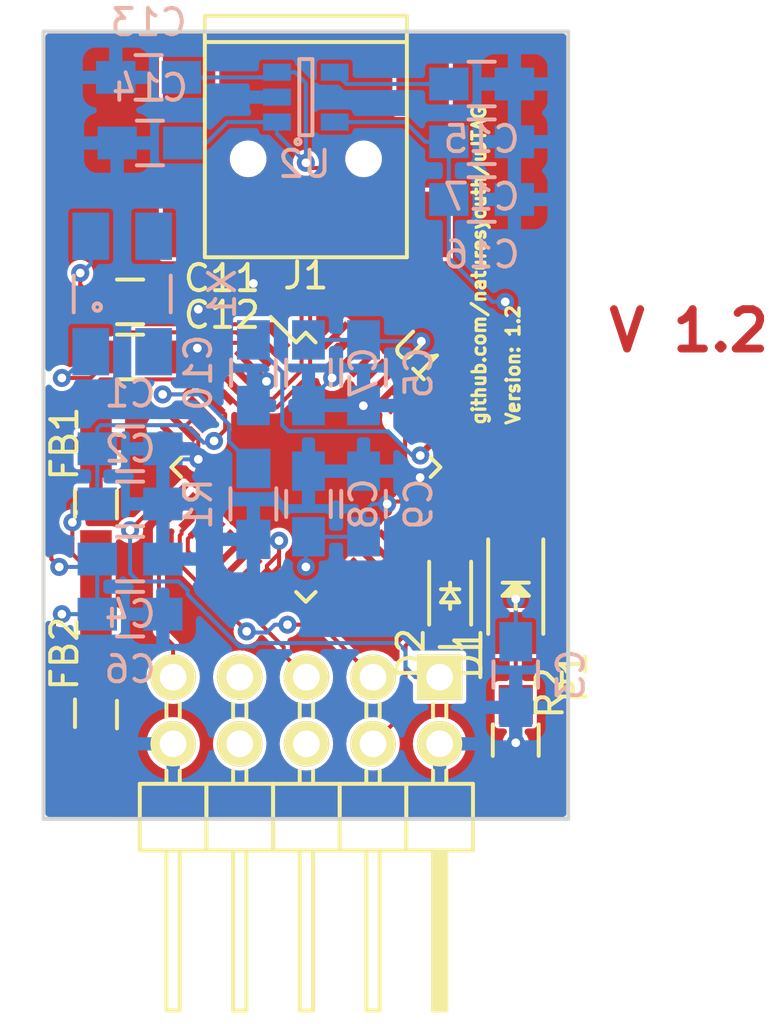
<source format=kicad_pcb>
(kicad_pcb (version 20221018) (generator pcbnew)
  (layers (0 "F.Cu" signal) (31 "B.Cu" signal) (34 "B.Paste" user) (35 "F.Paste" user) (36 "B.SilkS" user "B.Silkscreen") (37 "F.SilkS" user "F.Silkscreen") (38 "B.Mask" user) (39 "F.Mask" user) (44 "Edge.Cuts" user))
  (net 0 "")
  (net 1 "GND")
  (net 2 "Net-(C1-Pad2)")
  (net 3 "3V3")
  (net 4 "Net-(C4-Pad1)")
  (net 5 "Net-(C10-Pad1)")
  (net 6 "Net-(C11-Pad1)")
  (net 7 "Net-(C12-Pad1)")
  (net 8 "+5V")
  (net 9 "Net-(C15-Pad1)")
  (net 10 "Net-(D1-Pad2)")
  (net 11 "Net-(D2-Pad2)")
  (net 12 "/D+")
  (net 13 "/D-")
  (net 14 "/TMS")
  (net 15 "/TDI")
  (net 16 "/TDO")
  (net 17 "/TCK")
  (net 18 "Net-(R1-Pad1)")
  (footprint "Capacitors_SMD:C_0805_HandSoldering" (layer "F.Cu") (at 153.3 110.3)
    (fp_text reference "C11" (at 3.5 -0.9) (layer "F.SilkS"))
    (fp_text value "22p")
    (pad "1" smd rect (at -1.25 0) (size 1.5 1.25) (layers "F.Cu" "F.Paste" "F.Mask") (net 6 "Net-(C11-Pad1)"))
    (pad "2" smd rect (at 1.25 0) (size 1.5 1.25) (layers "F.Cu" "F.Paste" "F.Mask") (net 1 "GND"))
  )
  (footprint "Capacitors_SMD:C_0805_HandSoldering" (layer "F.Cu") (at 153.3 112.4)
    (fp_text reference "C12" (at 3.5 -1.6) (layer "F.SilkS"))
    (fp_text value "22p")
    (pad "1" smd rect (at -1.25 0) (size 1.5 1.25) (layers "F.Cu" "F.Paste" "F.Mask") (net 7 "Net-(C12-Pad1)"))
    (pad "2" smd rect (at 1.25 0) (size 1.5 1.25) (layers "F.Cu" "F.Paste" "F.Mask") (net 1 "GND"))
  )
  (footprint "LEDs:LED_1206" (layer "F.Cu") (at 168 121.5 -90)
    (fp_text reference "D1" (at 2.2 1.8 270) (layer "F.SilkS"))
    (fp_text value "LED")
    (pad "1" smd rect (at -1.41986 0 90) (size 1.59766 1.80086) (layers "F.Cu" "F.Paste" "F.Mask") (net 3 "3V3"))
    (pad "2" smd rect (at 1.41986 0 90) (size 1.59766 1.80086) (layers "F.Cu" "F.Paste" "F.Mask") (net 10 "Net-(D1-Pad2)"))
  )
  (footprint "Diodes_SMD:SOD-323" (layer "F.Cu") (at 165.5 121.5 -90)
    (fp_text reference "D2" (at 2.2 1.5 270) (layer "F.SilkS"))
    (fp_text value "BAT60J")
    (pad "1" smd rect (at -1.055 0 270) (size 0.59 0.45) (layers "F.Cu" "F.Paste" "F.Mask") (net 3 "3V3"))
    (pad "2" smd rect (at 1.055 0 270) (size 0.59 0.45) (layers "F.Cu" "F.Paste" "F.Mask") (net 11 "Net-(D2-Pad2)"))
  )
  (footprint "Choke_SMD:Choke_SMD_1206_Handsoldering" (layer "F.Cu") (at 152 118 -90)
    (fp_text reference "FB1" (at -2.3 1.2 270) (layer "F.SilkS"))
    (fp_text value "FILTER")
    (pad "1" smd rect (at -2.30124 0 270) (size 2.59842 1.19888) (layers "F.Cu" "F.Paste" "F.Mask") (net 3 "3V3"))
    (pad "2" smd rect (at 2.30124 0 270) (size 2.60096 1.19888) (layers "F.Cu" "F.Paste" "F.Mask") (net 2 "Net-(C1-Pad2)"))
  )
  (footprint "Choke_SMD:Choke_SMD_1206_Handsoldering" (layer "F.Cu") (at 152 126 -90)
    (fp_text reference "FB2" (at -2.3 1.2 270) (layer "F.SilkS"))
    (fp_text value "FILTER")
    (pad "1" smd rect (at -2.30124 0 270) (size 2.59842 1.19888) (layers "F.Cu" "F.Paste" "F.Mask") (net 3 "3V3"))
    (pad "2" smd rect (at 2.30124 0 270) (size 2.60096 1.19888) (layers "F.Cu" "F.Paste" "F.Mask") (net 4 "Net-(C4-Pad1)"))
  )
  (footprint "Connect:USB_Mini-B" (layer "F.Cu") (at 160 104 -90)
    (fp_text reference "J1" (at 5.3 0) (layer "F.SilkS"))
    (fp_text value "USB_3")
    (pad "" np_thru_hole circle (at 0.8509 -2.19964 270) (size 0.89916 0.89916) (drill 0.89916) (layers "*.Cu" "*.Mask" "F.SilkS"))
    (pad "" np_thru_hole circle (at 0.8509 2.19964 270) (size 0.89916 0.89916) (drill 0.89916) (layers "*.Cu" "*.Mask" "F.SilkS"))
    (pad "1" smd rect (at 3.44932 -1.6002 270) (size 2.30124 0.50038) (layers "F.Cu" "F.Paste" "F.Mask") (net 8 "+5V"))
    (pad "2" smd rect (at 3.44932 -0.8001 270) (size 2.30124 0.50038) (layers "F.Cu" "F.Paste" "F.Mask") (net 12 "/D+"))
    (pad "3" smd rect (at 3.44932 0 270) (size 2.30124 0.50038) (layers "F.Cu" "F.Paste" "F.Mask") (net 13 "/D-"))
    (pad "4" smd rect (at 3.44932 0.8001 270) (size 2.30124 0.50038) (layers "F.Cu" "F.Paste" "F.Mask"))
    (pad "5" smd rect (at 3.44932 1.6002 270) (size 2.30124 0.50038) (layers "F.Cu" "F.Paste" "F.Mask") (net 1 "GND"))
    (pad "6" smd rect (at -2.14884 -4.45008 270) (size 2.49936 1.99898) (layers "F.Cu" "F.Paste" "F.Mask"))
    (pad "6" smd rect (at -2.14884 4.45008 270) (size 2.49936 1.99898) (layers "F.Cu" "F.Paste" "F.Mask"))
    (pad "6" smd rect (at 3.35026 -4.45008 270) (size 2.49936 1.99898) (layers "F.Cu" "F.Paste" "F.Mask"))
    (pad "6" smd rect (at 3.35026 4.45008 270) (size 2.49936 1.99898) (layers "F.Cu" "F.Paste" "F.Mask"))
  )
  (footprint "Resistors_SMD:R_0805_HandSoldering" (layer "F.Cu") (at 168 127 -90)
    (fp_text reference "R2" (at -1.8 -1.3 270) (layer "F.SilkS"))
    (fp_text value "270")
    (pad "1" smd rect (at -1.35 0 270) (size 1.5 1.3) (layers "F.Cu" "F.Paste" "F.Mask") (net 10 "Net-(D1-Pad2)"))
    (pad "2" smd rect (at 1.35 0 270) (size 1.5 1.3) (layers "F.Cu" "F.Paste" "F.Mask") (net 1 "GND"))
  )
  (footprint "Housings_QFP:LQFP-48_7x7mm_Pitch0.5mm" (layer "F.Cu") (at 160 116.6 -45)
    (fp_text reference "U1" (at 0 -6 315) (layer "F.SilkS"))
    (fp_text value "FT232H")
    (pad "1" smd rect (at -4.35 -2.75 315) (size 1.3 0.25) (layers "F.Cu" "F.Paste" "F.Mask") (net 6 "Net-(C11-Pad1)"))
    (pad "2" smd rect (at -4.35 -2.25 315) (size 1.3 0.25) (layers "F.Cu" "F.Paste" "F.Mask") (net 7 "Net-(C12-Pad1)"))
    (pad "3" smd rect (at -4.35 -1.75 315) (size 1.3 0.25) (layers "F.Cu" "F.Paste" "F.Mask") (net 4 "Net-(C4-Pad1)"))
    (pad "4" smd rect (at -4.35 -1.25 315) (size 1.3 0.25) (layers "F.Cu" "F.Paste" "F.Mask") (net 1 "GND"))
    (pad "5" smd rect (at -4.35 -0.75 315) (size 1.3 0.25) (layers "F.Cu" "F.Paste" "F.Mask") (net 18 "Net-(R1-Pad1)"))
    (pad "6" smd rect (at -4.35 -0.25 315) (size 1.3 0.25) (layers "F.Cu" "F.Paste" "F.Mask") (net 13 "/D-"))
    (pad "7" smd rect (at -4.35 0.25 315) (size 1.3 0.25) (layers "F.Cu" "F.Paste" "F.Mask") (net 12 "/D+"))
    (pad "8" smd rect (at -4.35 0.75 315) (size 1.3 0.25) (layers "F.Cu" "F.Paste" "F.Mask") (net 2 "Net-(C1-Pad2)"))
    (pad "9" smd rect (at -4.35 1.25 315) (size 1.3 0.25) (layers "F.Cu" "F.Paste" "F.Mask") (net 1 "GND"))
    (pad "10" smd rect (at -4.35 1.75 315) (size 1.3 0.25) (layers "F.Cu" "F.Paste" "F.Mask") (net 1 "GND"))
    (pad "11" smd rect (at -4.35 2.25 315) (size 1.3 0.25) (layers "F.Cu" "F.Paste" "F.Mask") (net 1 "GND"))
    (pad "12" smd rect (at -4.35 2.75 315) (size 1.3 0.25) (layers "F.Cu" "F.Paste" "F.Mask") (net 3 "3V3"))
    (pad "13" smd rect (at -2.75 4.35 45) (size 1.3 0.25) (layers "F.Cu" "F.Paste" "F.Mask") (net 17 "/TCK"))
    (pad "14" smd rect (at -2.25 4.35 45) (size 1.3 0.25) (layers "F.Cu" "F.Paste" "F.Mask") (net 15 "/TDI"))
    (pad "15" smd rect (at -1.75 4.35 45) (size 1.3 0.25) (layers "F.Cu" "F.Paste" "F.Mask") (net 16 "/TDO"))
    (pad "16" smd rect (at -1.25 4.35 45) (size 1.3 0.25) (layers "F.Cu" "F.Paste" "F.Mask") (net 14 "/TMS"))
    (pad "17" smd rect (at -0.75 4.35 45) (size 1.3 0.25) (layers "F.Cu" "F.Paste" "F.Mask"))
    (pad "18" smd rect (at -0.25 4.35 45) (size 1.3 0.25) (layers "F.Cu" "F.Paste" "F.Mask"))
    (pad "19" smd rect (at 0.25 4.35 45) (size 1.3 0.25) (layers "F.Cu" "F.Paste" "F.Mask"))
    (pad "20" smd rect (at 0.75 4.35 45) (size 1.3 0.25) (layers "F.Cu" "F.Paste" "F.Mask"))
    (pad "21" smd rect (at 1.25 4.35 45) (size 1.3 0.25) (layers "F.Cu" "F.Paste" "F.Mask"))
    (pad "22" smd rect (at 1.75 4.35 45) (size 1.3 0.25) (layers "F.Cu" "F.Paste" "F.Mask") (net 1 "GND"))
    (pad "23" smd rect (at 2.25 4.35 45) (size 1.3 0.25) (layers "F.Cu" "F.Paste" "F.Mask") (net 1 "GND"))
    (pad "24" smd rect (at 2.75 4.35 45) (size 1.3 0.25) (layers "F.Cu" "F.Paste" "F.Mask") (net 3 "3V3"))
    (pad "25" smd rect (at 4.35 2.75 315) (size 1.3 0.25) (layers "F.Cu" "F.Paste" "F.Mask"))
    (pad "26" smd rect (at 4.35 2.25 315) (size 1.3 0.25) (layers "F.Cu" "F.Paste" "F.Mask") (net 3 "3V3"))
    (pad "27" smd rect (at 4.35 1.75 315) (size 1.3 0.25) (layers "F.Cu" "F.Paste" "F.Mask"))
    (pad "28" smd rect (at 4.35 1.25 315) (size 1.3 0.25) (layers "F.Cu" "F.Paste" "F.Mask"))
    (pad "29" smd rect (at 4.35 0.75 315) (size 1.3 0.25) (layers "F.Cu" "F.Paste" "F.Mask"))
    (pad "30" smd rect (at 4.35 0.25 315) (size 1.3 0.25) (layers "F.Cu" "F.Paste" "F.Mask"))
    (pad "31" smd rect (at 4.35 -0.25 315) (size 1.3 0.25) (layers "F.Cu" "F.Paste" "F.Mask"))
    (pad "32" smd rect (at 4.35 -0.75 315) (size 1.3 0.25) (layers "F.Cu" "F.Paste" "F.Mask"))
    (pad "33" smd rect (at 4.35 -1.25 315) (size 1.3 0.25) (layers "F.Cu" "F.Paste" "F.Mask"))
    (pad "34" smd rect (at 4.35 -1.75 315) (size 1.3 0.25) (layers "F.Cu" "F.Paste" "F.Mask") (net 3 "3V3"))
    (pad "35" smd rect (at 4.35 -2.25 315) (size 1.3 0.25) (layers "F.Cu" "F.Paste" "F.Mask") (net 1 "GND"))
    (pad "36" smd rect (at 4.35 -2.75 315) (size 1.3 0.25) (layers "F.Cu" "F.Paste" "F.Mask") (net 1 "GND"))
    (pad "37" smd rect (at 2.75 -4.35 45) (size 1.3 0.25) (layers "F.Cu" "F.Paste" "F.Mask") (net 5 "Net-(C10-Pad1)"))
    (pad "38" smd rect (at 2.25 -4.35 45) (size 1.3 0.25) (layers "F.Cu" "F.Paste" "F.Mask") (net 3 "3V3"))
    (pad "39" smd rect (at 1.75 -4.35 45) (size 1.3 0.25) (layers "F.Cu" "F.Paste" "F.Mask") (net 3 "3V3"))
    (pad "40" smd rect (at 1.25 -4.35 45) (size 1.3 0.25) (layers "F.Cu" "F.Paste" "F.Mask") (net 3 "3V3"))
    (pad "41" smd rect (at 0.75 -4.35 45) (size 1.3 0.25) (layers "F.Cu" "F.Paste" "F.Mask") (net 1 "GND"))
    (pad "42" smd rect (at 0.25 -4.35 45) (size 1.3 0.25) (layers "F.Cu" "F.Paste" "F.Mask") (net 1 "GND"))
    (pad "43" smd rect (at -0.25 -4.35 45) (size 1.3 0.25) (layers "F.Cu" "F.Paste" "F.Mask"))
    (pad "44" smd rect (at -0.75 -4.35 45) (size 1.3 0.25) (layers "F.Cu" "F.Paste" "F.Mask"))
    (pad "45" smd rect (at -1.25 -4.35 45) (size 1.3 0.25) (layers "F.Cu" "F.Paste" "F.Mask"))
    (pad "46" smd rect (at -1.75 -4.35 45) (size 1.3 0.25) (layers "F.Cu" "F.Paste" "F.Mask"))
    (pad "47" smd rect (at -2.25 -4.35 45) (size 1.3 0.25) (layers "F.Cu" "F.Paste" "F.Mask") (net 1 "GND"))
    (pad "48" smd rect (at -2.75 -4.35 45) (size 1.3 0.25) (layers "F.Cu" "F.Paste" "F.Mask") (net 1 "GND"))
  )
  (footprint "Pin_Headers:Pin_Header_Angled_2x05" (layer "F.Cu") (at 165.1 124.6 -90)
    (fp_text reference "P1" (at 0 -5.1 270) (layer "F.SilkS"))
    (fp_text value "AVR JTAG")
    (pad "1" thru_hole rect (at 0 0 270) (size 1.7272 1.7272) (drill 1.016) (layers "*.Cu" "*.Mask" "F.SilkS") (net 17 "/TCK"))
    (pad "2" thru_hole oval (at 2.54 0 270) (size 1.7272 1.7272) (drill 1.016) (layers "*.Cu" "*.Mask" "F.SilkS") (net 1 "GND"))
    (pad "3" thru_hole oval (at 0 2.54 270) (size 1.7272 1.7272) (drill 1.016) (layers "*.Cu" "*.Mask" "F.SilkS") (net 16 "/TDO"))
    (pad "4" thru_hole oval (at 2.54 2.54 270) (size 1.7272 1.7272) (drill 1.016) (layers "*.Cu" "*.Mask" "F.SilkS") (net 11 "Net-(D2-Pad2)"))
    (pad "5" thru_hole oval (at 0 5.08 270) (size 1.7272 1.7272) (drill 1.016) (layers "*.Cu" "*.Mask" "F.SilkS") (net 14 "/TMS"))
    (pad "6" thru_hole oval (at 2.54 5.08 270) (size 1.7272 1.7272) (drill 1.016) (layers "*.Cu" "*.Mask" "F.SilkS"))
    (pad "7" thru_hole oval (at 0 7.62 270) (size 1.7272 1.7272) (drill 1.016) (layers "*.Cu" "*.Mask" "F.SilkS"))
    (pad "8" thru_hole oval (at 2.54 7.62 270) (size 1.7272 1.7272) (drill 1.016) (layers "*.Cu" "*.Mask" "F.SilkS"))
    (pad "9" thru_hole oval (at 0 10.16 270) (size 1.7272 1.7272) (drill 1.016) (layers "*.Cu" "*.Mask" "F.SilkS") (net 15 "/TDI"))
    (pad "10" thru_hole oval (at 2.54 10.16 270) (size 1.7272 1.7272) (drill 1.016) (layers "*.Cu" "*.Mask" "F.SilkS") (net 1 "GND"))
  )
  (footprint "Capacitors_SMD:C_0805_HandSoldering" (layer "B.Cu") (at 153.3 115.9 180)
    (fp_text reference "C1" (at 0 2.1 180) (layer "B.SilkS") (effects (justify mirror)))
    (fp_text value "4u7")
    (pad "1" smd rect (at -1.25 0 180) (size 1.5 1.25) (layers "B.Cu" "B.Paste" "B.Mask") (net 1 "GND"))
    (pad "2" smd rect (at 1.25 0 180) (size 1.5 1.25) (layers "B.Cu" "B.Paste" "B.Mask") (net 2 "Net-(C1-Pad2)"))
  )
  (footprint "Capacitors_SMD:C_0805_HandSoldering" (layer "B.Cu") (at 153.3 118 180)
    (fp_text reference "C2" (at 0 2.1 180) (layer "B.SilkS") (effects (justify mirror)))
    (fp_text value "100n")
    (pad "1" smd rect (at -1.25 0 180) (size 1.5 1.25) (layers "B.Cu" "B.Paste" "B.Mask") (net 1 "GND"))
    (pad "2" smd rect (at 1.25 0 180) (size 1.5 1.25) (layers "B.Cu" "B.Paste" "B.Mask") (net 2 "Net-(C1-Pad2)"))
  )
  (footprint "Capacitors_SMD:C_0805_HandSoldering" (layer "B.Cu") (at 168 124.5 90)
    (fp_text reference "C3" (at 0 2.1 90) (layer "B.SilkS") (effects (justify mirror)))
    (fp_text value "100n")
    (pad "1" smd rect (at -1.25 0 90) (size 1.5 1.25) (layers "B.Cu" "B.Paste" "B.Mask") (net 1 "GND"))
    (pad "2" smd rect (at 1.25 0 90) (size 1.5 1.25) (layers "B.Cu" "B.Paste" "B.Mask") (net 3 "3V3"))
  )
  (footprint "Capacitors_SMD:C_0805_HandSoldering" (layer "B.Cu") (at 153.3 120.1)
    (fp_text reference "C4" (at 0 2.1) (layer "B.SilkS") (effects (justify mirror)))
    (fp_text value "4u7")
    (pad "1" smd rect (at -1.25 0) (size 1.5 1.25) (layers "B.Cu" "B.Paste" "B.Mask") (net 4 "Net-(C4-Pad1)"))
    (pad "2" smd rect (at 1.25 0) (size 1.5 1.25) (layers "B.Cu" "B.Paste" "B.Mask") (net 1 "GND"))
  )
  (footprint "Capacitors_SMD:C_0805_HandSoldering" (layer "B.Cu") (at 162.2 113 90)
    (fp_text reference "C5" (at 0 2.1 90) (layer "B.SilkS") (effects (justify mirror)))
    (fp_text value "100n")
    (pad "1" smd rect (at -1.25 0 90) (size 1.5 1.25) (layers "B.Cu" "B.Paste" "B.Mask") (net 1 "GND"))
    (pad "2" smd rect (at 1.25 0 90) (size 1.5 1.25) (layers "B.Cu" "B.Paste" "B.Mask") (net 3 "3V3"))
  )
  (footprint "Capacitors_SMD:C_0805_HandSoldering" (layer "B.Cu") (at 153.3 122.2)
    (fp_text reference "C6" (at 0 2.1) (layer "B.SilkS") (effects (justify mirror)))
    (fp_text value "100n")
    (pad "1" smd rect (at -1.25 0) (size 1.5 1.25) (layers "B.Cu" "B.Paste" "B.Mask") (net 4 "Net-(C4-Pad1)"))
    (pad "2" smd rect (at 1.25 0) (size 1.5 1.25) (layers "B.Cu" "B.Paste" "B.Mask") (net 1 "GND"))
  )
  (footprint "Capacitors_SMD:C_0805_HandSoldering" (layer "B.Cu") (at 160.1 113 90)
    (fp_text reference "C7" (at 0 2.1 90) (layer "B.SilkS") (effects (justify mirror)))
    (fp_text value "100n")
    (pad "1" smd rect (at -1.25 0 90) (size 1.5 1.25) (layers "B.Cu" "B.Paste" "B.Mask") (net 1 "GND"))
    (pad "2" smd rect (at 1.25 0 90) (size 1.5 1.25) (layers "B.Cu" "B.Paste" "B.Mask") (net 3 "3V3"))
  )
  (footprint "Capacitors_SMD:C_0805_HandSoldering" (layer "B.Cu") (at 160.1 118 90)
    (fp_text reference "C8" (at 0 2.1 90) (layer "B.SilkS") (effects (justify mirror)))
    (fp_text value "100n")
    (pad "1" smd rect (at -1.25 0 90) (size 1.5 1.25) (layers "B.Cu" "B.Paste" "B.Mask") (net 3 "3V3"))
    (pad "2" smd rect (at 1.25 0 90) (size 1.5 1.25) (layers "B.Cu" "B.Paste" "B.Mask") (net 1 "GND"))
  )
  (footprint "Capacitors_SMD:C_0805_HandSoldering" (layer "B.Cu") (at 162.2 118 90)
    (fp_text reference "C9" (at 0 2.1 90) (layer "B.SilkS") (effects (justify mirror)))
    (fp_text value "100n")
    (pad "1" smd rect (at -1.25 0 90) (size 1.5 1.25) (layers "B.Cu" "B.Paste" "B.Mask") (net 3 "3V3"))
    (pad "2" smd rect (at 1.25 0 90) (size 1.5 1.25) (layers "B.Cu" "B.Paste" "B.Mask") (net 1 "GND"))
  )
  (footprint "Capacitors_SMD:C_0805_HandSoldering" (layer "B.Cu") (at 158 113 -90)
    (fp_text reference "C10" (at 0 2.1 270) (layer "B.SilkS") (effects (justify mirror)))
    (fp_text value "100n")
    (pad "1" smd rect (at -1.25 0 270) (size 1.5 1.25) (layers "B.Cu" "B.Paste" "B.Mask") (net 5 "Net-(C10-Pad1)"))
    (pad "2" smd rect (at 1.25 0 270) (size 1.5 1.25) (layers "B.Cu" "B.Paste" "B.Mask") (net 1 "GND"))
  )
  (footprint "Capacitors_SMD:C_0805_HandSoldering" (layer "B.Cu") (at 154.005921 101.746869 180)
    (fp_text reference "C13" (at 0 2.1 180) (layer "B.SilkS") (effects (justify mirror)))
    (fp_text value "1u")
    (pad "1" smd rect (at -1.25 0 180) (size 1.5 1.25) (layers "B.Cu" "B.Paste" "B.Mask") (net 8 "+5V"))
    (pad "2" smd rect (at 1.25 0 180) (size 1.5 1.25) (layers "B.Cu" "B.Paste" "B.Mask") (net 1 "GND"))
  )
  (footprint "Capacitors_SMD:C_0805_HandSoldering" (layer "B.Cu") (at 154.055921 104.246869 180)
    (fp_text reference "C14" (at 0 2.1 180) (layer "B.SilkS") (effects (justify mirror)))
    (fp_text value "100n")
    (pad "1" smd rect (at -1.25 0 180) (size 1.5 1.25) (layers "B.Cu" "B.Paste" "B.Mask") (net 8 "+5V"))
    (pad "2" smd rect (at 1.25 0 180) (size 1.5 1.25) (layers "B.Cu" "B.Paste" "B.Mask") (net 1 "GND"))
  )
  (footprint "Capacitors_SMD:C_0805_HandSoldering" (layer "B.Cu") (at 166.7 102)
    (fp_text reference "C15" (at 0 2.1) (layer "B.SilkS") (effects (justify mirror)))
    (fp_text value "10n")
    (pad "1" smd rect (at -1.25 0) (size 1.5 1.25) (layers "B.Cu" "B.Paste" "B.Mask") (net 9 "Net-(C15-Pad1)"))
    (pad "2" smd rect (at 1.25 0) (size 1.5 1.25) (layers "B.Cu" "B.Paste" "B.Mask") (net 1 "GND"))
  )
  (footprint "Capacitors_SMD:C_0805_HandSoldering" (layer "B.Cu") (at 166.7 106.4)
    (fp_text reference "C16" (at 0 2.1) (layer "B.SilkS") (effects (justify mirror)))
    (fp_text value "100n")
    (pad "1" smd rect (at -1.25 0) (size 1.5 1.25) (layers "B.Cu" "B.Paste" "B.Mask") (net 3 "3V3"))
    (pad "2" smd rect (at 1.25 0) (size 1.5 1.25) (layers "B.Cu" "B.Paste" "B.Mask") (net 1 "GND"))
  )
  (footprint "Capacitors_SMD:C_0805_HandSoldering" (layer "B.Cu") (at 166.7 104.2)
    (fp_text reference "C17" (at 0 2.1) (layer "B.SilkS") (effects (justify mirror)))
    (fp_text value "1u")
    (pad "1" smd rect (at -1.25 0) (size 1.5 1.25) (layers "B.Cu" "B.Paste" "B.Mask") (net 3 "3V3"))
    (pad "2" smd rect (at 1.25 0) (size 1.5 1.25) (layers "B.Cu" "B.Paste" "B.Mask") (net 1 "GND"))
  )
  (footprint "Resistors_SMD:R_0805_HandSoldering" (layer "B.Cu") (at 158 118 -90)
    (fp_text reference "R1" (at 0 2.1 270) (layer "B.SilkS") (effects (justify mirror)))
    (fp_text value "12k")
    (pad "1" smd rect (at -1.35 0 270) (size 1.5 1.3) (layers "B.Cu" "B.Paste" "B.Mask") (net 18 "Net-(R1-Pad1)"))
    (pad "2" smd rect (at 1.35 0 270) (size 1.5 1.3) (layers "B.Cu" "B.Paste" "B.Mask") (net 1 "GND"))
  )
  (footprint "Crystals:Crystal_SMD_0603_4Pads" (layer "B.Cu") (at 153 110 90)
    (fp_text reference "X1" (at 0 3.81 90) (layer "B.SilkS") (effects (justify mirror)))
    (fp_text value "CRYSTAL")
    (pad "1" smd rect (at -2.19964 -1.19888 90) (size 1.80086 1.39954) (layers "B.Cu" "B.Paste" "B.Mask") (net 7 "Net-(C12-Pad1)"))
    (pad "2" smd rect (at 2.19964 -1.19888 90) (size 1.80086 1.39954) (layers "B.Cu" "B.Paste" "B.Mask") (net 6 "Net-(C11-Pad1)"))
    (pad "3" smd rect (at 2.19964 1.19888 90) (size 1.80086 1.39954) (layers "B.Cu" "B.Paste" "B.Mask"))
    (pad "4" smd rect (at -2.19964 1.19888 90) (size 1.80086 1.39954) (layers "B.Cu" "B.Paste" "B.Mask"))
  )
  (footprint "TO_SOT_Packages_SMD:SOT-23-5" (layer "B.Cu") (at 160 102.5)
    (fp_text reference "U2" (at -0.05 2.55) (layer "B.SilkS") (effects (justify mirror)))
    (fp_text value "LD3985M")
    (pad "1" smd rect (at -1.1 0.95) (size 1.06 0.65) (layers "B.Cu" "B.Paste" "B.Mask") (net 8 "+5V"))
    (pad "2" smd rect (at -1.1 0) (size 1.06 0.65) (layers "B.Cu" "B.Paste" "B.Mask") (net 1 "GND"))
    (pad "3" smd rect (at -1.1 -0.95) (size 1.06 0.65) (layers "B.Cu" "B.Paste" "B.Mask") (net 8 "+5V"))
    (pad "4" smd rect (at 1.1 -0.95) (size 1.06 0.65) (layers "B.Cu" "B.Paste" "B.Mask") (net 9 "Net-(C15-Pad1)"))
    (pad "5" smd rect (at 1.1 0.95) (size 1.06 0.65) (layers "B.Cu" "B.Paste" "B.Mask") (net 3 "3V3"))
  )
  (gr_line (start 170 100) (end 170 130) (stroke (width 0.15)) (layer "Edge.Cuts"))
  (gr_line (start 150 100) (end 170 100) (stroke (width 0.15)) (layer "Edge.Cuts"))
  (gr_line (start 150 130) (end 170 130) (stroke (width 0.15)) (layer "Edge.Cuts"))
  (gr_line (start 150 130) (end 150 100) (stroke (width 0.15)) (layer "Edge.Cuts"))
  (gr_text "V 1.2" (at 174.6 111.4) (layer "F.Cu") (effects (font (size 1.5 1.5) (thickness 0.3))))
  (gr_text "Version: 1.2" (at 167.9 112.7 90) (layer "F.SilkS") (effects (font (size 0.5 0.5) (thickness 0.125))))
  (gr_text "github.com/naturesyouth/uJTAG" (at 166.6 108.9 90) (layer "F.SilkS") (effects (font (size 0.5 0.5) (thickness 0.125))))
  (segment (start 168 128.35) (end 168 127.1) (width 0.153) (layer "F.Cu") (net 1))
  (segment (start 156.040202 114.407969) (end 155.686649 114.761522) (width 0.153) (layer "F.Cu") (net 1))
  (segment (start 161 112.141242) (end 161.208147 111.933095) (width 0.153) (layer "F.Cu") (net 1))
  (segment (start 161.484924 111.933095) (end 161.131371 111.579542) (width 0.153) (layer "F.Cu") (net 1))
  (segment (start 158.3998 107.44932) (end 158.3998 109.2002) (width 0.153) (layer "F.Cu") (net 1))
  (segment (start 158.515076 120.354045) (end 158.978998 119.890123) (width 0.153) (layer "F.Cu") (net 1))
  (segment (start 158.3998 108.34975) (end 158.3998 107.44932) (width 0.153) (layer "F.Cu") (net 1))
  (segment (start 164.355532 117.066445) (end 165.020458 117.731371) (width 0.153) (layer "F.Cu") (net 1))
  (segment (start 158.438299 120.913351) (end 158.978998 120.372652) (width 0.153) (layer "F.Cu") (net 1))
  (segment (start 164.666905 118.084924) (end 165.020458 117.731371) (width 0.153) (layer "F.Cu") (net 1))
  (segment (start 155.514008 110.238992) (end 155.453 110.3) (width 0.153) (layer "F.Cu") (net 1))
  (segment (start 155.453 110.3) (end 155.753 110) (width 0.153) (layer "F.Cu") (net 1))
  (segment (start 164.355532 116.9938) (end 164.355532 117.066445) (width 0.153) (layer "F.Cu") (net 1))
  (segment (start 154.55 110.3) (end 155.453 110.3) (width 0.153) (layer "F.Cu") (net 1))
  (segment (start 158.978998 119.890123) (end 158.978998 119.4) (width 0.153) (layer "F.Cu") (net 1))
  (segment (start 155.753 110) (end 156.74955 110) (width 0.153) (layer "F.Cu") (net 1))
  (segment (start 155.333095 115.115076) (end 155.609872 115.115076) (width 0.153) (layer "F.Cu") (net 1))
  (segment (start 161 113.2) (end 161 112.141242) (width 0.153) (layer "F.Cu") (net 1))
  (segment (start 156.74955 110) (end 157.6 110) (width 0.153) (layer "F.Cu") (net 1))
  (segment (start 155.9 115.405204) (end 155.9 116.3) (width 0.153) (layer "F.Cu") (net 1))
  (segment (start 163.252691 113.700862) (end 162.694026 114.259527) (width 0.153) (layer "F.Cu") (net 1))
  (segment (start 158.3998 109.2002) (end 158 109.6) (width 0.153) (layer "F.Cu") (net 1))
  (segment (start 155.631074 112.4) (end 155.631074 112.297376) (width 0.153) (layer "F.Cu") (net 1))
  (segment (start 163.606245 114.054416) (end 163.252691 113.700862) (width 0.153) (layer "F.Cu") (net 1))
  (segment (start 157.6 110) (end 158 109.6) (width 0.153) (layer "F.Cu") (net 1))
  (segment (start 155.609872 115.115076) (end 155.9 115.405204) (width 0.153) (layer "F.Cu") (net 1))
  (segment (start 155.333095 115.115076) (end 155.686649 114.761522) (width 0.153) (layer "F.Cu") (net 1))
  (segment (start 158.515076 121.266905) (end 158.515076 120.354045) (width 0.153) (layer "F.Cu") (net 1))
  (segment (start 155.631074 112.297376) (end 155.864225 112.064225) (width 0.153) (layer "F.Cu") (net 1))
  (segment (start 157.807969 112.640202) (end 157.808687 112.640202) (width 0.153) (layer "F.Cu") (net 1))
  (segment (start 157.808687 112.640202) (end 158.497928 113.329443) (width 0.153) (layer "F.Cu") (net 1))
  (segment (start 156.74955 110) (end 158.3998 108.34975) (width 0.153) (layer "F.Cu") (net 1))
  (segment (start 158.978998 120.372652) (end 158.978998 119.4) (width 0.153) (layer "F.Cu") (net 1))
  (segment (start 162.694026 114.259527) (end 162.191192 114.259527) (width 0.153) (layer "F.Cu") (net 1))
  (segment (start 155.9 110.581991) (end 155.557001 110.238992) (width 0.153) (layer "F.Cu") (net 1))
  (segment (start 155.557001 110.238992) (end 155.514008 110.238992) (width 0.153) (layer "F.Cu") (net 1))
  (segment (start 158.161522 120.913351) (end 158.438299 120.913351) (width 0.153) (layer "F.Cu") (net 1))
  (segment (start 155.686649 114.761522) (end 155.661522 114.761522) (width 0.153) (layer "F.Cu") (net 1))
  (segment (start 161.208147 111.933095) (end 161.484924 111.933095) (width 0.153) (layer "F.Cu") (net 1))
  (segment (start 154.55 112.4) (end 155.631074 112.4) (width 0.153) (layer "F.Cu") (net 1))
  (via (at 161 113.2) (size 0.686) (drill 0.33) (layers "F.Cu" "B.Cu") (net 1))
  (via (at 158.978998 119.4) (size 0.686) (drill 0.33) (layers "F.Cu" "B.Cu") (net 1))
  (via (at 158 109.6) (size 0.686) (drill 0.33) (layers "F.Cu" "B.Cu") (net 1))
  (via (at 168 127.1) (size 0.686) (drill 0.33) (layers "F.Cu" "B.Cu") (net 1))
  (via (at 155.9 110.581991) (size 0.686) (drill 0.33) (layers "F.Cu" "B.Cu") (net 1))
  (via (at 155.864225 112.064225) (size 0.686) (drill 0.33) (layers "F.Cu" "B.Cu") (net 1))
  (via (at 158.497928 113.329443) (size 0.686) (drill 0.33) (layers "F.Cu" "B.Cu") (net 1))
  (via (at 155.9 116.3) (size 0.686) (drill 0.33) (layers "F.Cu" "B.Cu") (net 1))
  (via (at 164.355532 116.9938) (size 0.686) (drill 0.33) (layers "F.Cu" "B.Cu") (net 1))
  (via (at 162.191192 114.259527) (size 0.686) (drill 0.33) (layers "F.Cu" "B.Cu") (net 1))
  (segment (start 158.497928 113.752072) (end 158 114.25) (width 0.153) (layer "B.Cu") (net 1))
  (segment (start 155.9 110.6) (end 155.9 110.581991) (width 0.153) (layer "B.Cu") (net 1))
  (segment (start 160.1 114.1) (end 161 113.2) (width 0.153) (layer "B.Cu") (net 1))
  (segment (start 158.978998 119.4) (end 158.05 119.4) (width 0.153) (layer "B.Cu") (net 1))
  (segment (start 155.864225 112.064225) (end 156.207224 111.721226) (width 0.153) (layer "B.Cu") (net 1))
  (segment (start 158.05 119.4) (end 158 119.35) (width 0.153) (layer "B.Cu") (net 1))
  (segment (start 156.207224 111.721226) (end 156.207224 110.907224) (width 0.153) (layer "B.Cu") (net 1))
  (segment (start 156.207224 110.907224) (end 155.9 110.6) (width 0.153) (layer "B.Cu") (net 1))
  (segment (start 160.1 114.25) (end 160.1 114.1) (width 0.153) (layer "B.Cu") (net 1))
  (segment (start 154.95 116.3) (end 154.55 115.9) (width 0.153) (layer "B.Cu") (net 1))
  (segment (start 164.111732 116.75) (end 164.355532 116.9938) (width 0.153) (layer "B.Cu") (net 1))
  (segment (start 162.2 116.75) (end 164.111732 116.75) (width 0.153) (layer "B.Cu") (net 1))
  (segment (start 162.2 114.25) (end 160.1 114.25) (width 0.153) (layer "B.Cu") (net 1))
  (segment (start 155.9 116.3) (end 154.95 116.3) (width 0.153) (layer "B.Cu") (net 1))
  (segment (start 168 127.1) (end 168 125.75) (width 0.153) (layer "B.Cu") (net 1))
  (segment (start 158.497928 113.329443) (end 158.497928 113.752072) (width 0.153) (layer "B.Cu") (net 1))
  (segment (start 151.50124 120.30124) (end 152 120.30124) (width 0.153) (layer "F.Cu") (net 2))
  (segment (start 151.1 118.7) (end 151.1 119.9) (width 0.153) (layer "F.Cu") (net 2))
  (segment (start 156.5 115.6) (end 156.924084 115.175916) (width 0.153) (layer "F.Cu") (net 2))
  (segment (start 151.1 119.9) (end 151.50124 120.30124) (width 0.153) (layer "F.Cu") (net 2))
  (segment (start 156.924084 114.584745) (end 156.393755 114.054416) (width 0.153) (layer "F.Cu") (net 2))
  (segment (start 156.924084 115.175916) (end 156.924084 114.584745) (width 0.153) (layer "F.Cu") (net 2))
  (via (at 151.1 118.7) (size 0.686) (drill 0.33) (layers "F.Cu" "B.Cu") (net 2))
  (via (at 156.5 115.6) (size 0.686) (drill 0.33) (layers "F.Cu" "B.Cu") (net 2))
  (segment (start 152.05 115.9) (end 152.05 118) (width 0.153) (layer "B.Cu") (net 2))
  (segment (start 152.05 115.122) (end 152.172 115) (width 0.153) (layer "B.Cu") (net 2))
  (segment (start 152.172 115) (end 155.438102 115) (width 0.153) (layer "B.Cu") (net 2))
  (segment (start 152.05 118) (end 151.147 118) (width 0.153) (layer "B.Cu") (net 2))
  (segment (start 151.1 118.047) (end 151.1 118.7) (width 0.153) (layer "B.Cu") (net 2))
  (segment (start 151.147 118) (end 151.1 118.047) (width 0.153) (layer "B.Cu") (net 2))
  (segment (start 152.05 115.9) (end 152.05 115.122) (width 0.153) (layer "B.Cu") (net 2))
  (segment (start 156.1 115.661898) (end 156.438102 115.661898) (width 0.153) (layer "B.Cu") (net 2))
  (segment (start 155.438102 115) (end 156.1 115.661898) (width 0.153) (layer "B.Cu") (net 2))
  (segment (start 156.438102 115.661898) (end 156.5 115.6) (width 0.153) (layer "B.Cu") (net 2))
  (segment (start 164.236575 114.407969) (end 164.5 114.144544) (width 0.153) (layer "F.Cu") (net 3))
  (segment (start 165.5 120.445) (end 165.5 119.625127) (width 0.153) (layer "F.Cu") (net 3))
  (segment (start 163.783022 117.908149) (end 163.191851 117.908149) (width 0.153) (layer "F.Cu") (net 3))
  (segment (start 168 120.08014) (end 166.94657 120.08014) (width 0.153) (layer "F.Cu") (net 3))
  (segment (start 166.491557 119.625127) (end 165.5 119.625127) (width 0.153) (layer "F.Cu") (net 3))
  (segment (start 163.783022 117.908149) (end 163.783022 115.291851) (width 0.153) (layer "F.Cu") (net 3))
  (segment (start 164.313351 114.761522) (end 163.959798 114.407969) (width 0.153) (layer "F.Cu") (net 3))
  (segment (start 158.868629 121.620458) (end 160 120.489087) (width 0.153) (layer "F.Cu") (net 3))
  (segment (start 167.6 111.198096) (end 167.6 110.3) (width 0.153) (layer "F.Cu") (net 3))
  (segment (start 152 115.69876) (end 154.749411 115.69876) (width 0.153) (layer "F.Cu") (net 3))
  (segment (start 164.5 111.9) (end 164.4 111.8) (width 0.153) (layer "F.Cu") (net 3))
  (segment (start 164.5 114.144544) (end 164.5 111.9) (width 0.153) (layer "F.Cu") (net 3))
  (segment (start 160 120.489087) (end 160 120.4) (width 0.153) (layer "F.Cu") (net 3))
  (segment (start 164.313351 114.761522) (end 164.313351 114.484745) (width 0.153) (layer "F.Cu") (net 3))
  (segment (start 164.666905 115.115076) (end 164.313351 114.761522) (width 0.153) (layer "F.Cu") (net 3))
  (segment (start 163.191851 117.908149) (end 163.1 118) (width 0.153) (layer "F.Cu") (net 3))
  (segment (start 166.94657 120.08014) (end 166.491557 119.625127) (width 0.153) (layer "F.Cu") (net 3))
  (segment (start 168 120.08014) (end 168 110.7) (width 0.153) (layer "F.Cu") (net 3))
  (segment (start 164.313351 114.484745) (end 167.6 111.198096) (width 0.153) (layer "F.Cu") (net 3))
  (segment (start 163.959798 114.407969) (end 164.236575 114.407969) (width 0.153) (layer "F.Cu") (net 3))
  (segment (start 154.749411 115.69876) (end 154.979542 115.468629) (width 0.153) (layer "F.Cu") (net 3))
  (segment (start 168 120.08014) (end 168 121.625028) (width 0.153) (layer "F.Cu") (net 3))
  (segment (start 164.313351 118.438478) (end 163.783022 117.908149) (width 0.153) (layer "F.Cu") (net 3))
  (segment (start 165.5 119.625127) (end 164.313351 118.438478) (width 0.153) (layer "F.Cu") (net 3))
  (segment (start 163.783022 115.291851) (end 164.313351 114.761522) (width 0.153) (layer "F.Cu") (net 3))
  (segment (start 168 110.7) (end 167.6 110.3) (width 0.153) (layer "F.Cu") (net 3))
  (via (at 160 120.4) (size 0.686) (drill 0.33) (layers "F.Cu" "B.Cu") (net 3))
  (via (at 167.6 110.3) (size 0.686) (drill 0.33) (layers "F.Cu" "B.Cu") (net 3))
  (via (at 168 121.625028) (size 0.686) (drill 0.33) (layers "F.Cu" "B.Cu") (net 3))
  (via (at 163.1 118) (size 0.686) (drill 0.33) (layers "F.Cu" "B.Cu") (net 3))
  (via (at 164.4 111.8) (size 0.686) (drill 0.33) (layers "F.Cu" "B.Cu") (net 3))
  (segment (start 164.547 104.2) (end 163.797 103.45) (width 0.153) (layer "B.Cu") (net 3))
  (segment (start 165.45 104.2) (end 164.547 104.2) (width 0.153) (layer "B.Cu") (net 3))
  (segment (start 162.547 118) (end 162.2 118.347) (width 0.153) (layer "B.Cu") (net 3))
  (segment (start 160 119.35) (end 160.1 119.25) (width 0.153) (layer "B.Cu") (net 3))
  (segment (start 163.797 103.45) (end 161.1 103.45) (width 0.153) (layer "B.Cu") (net 3))
  (segment (start 162.2 111.75) (end 160.1 111.75) (width 0.153) (layer "B.Cu") (net 3))
  (segment (start 165.45 104.2) (end 165.45 106.4) (width 0.153) (layer "B.Cu") (net 3))
  (segment (start 162.2 119.25) (end 160.1 119.25) (width 0.153) (layer "B.Cu") (net 3))
  (segment (start 164.4 111.8) (end 162.25 111.8) (width 0.153) (layer "B.Cu") (net 3))
  (segment (start 162.25 111.8) (end 162.2 111.75) (width 0.153) (layer "B.Cu") (net 3))
  (segment (start 167.114925 110.3) (end 165.45 108.635075) (width 0.153) (layer "B.Cu") (net 3))
  (segment (start 167.6 110.3) (end 167.114925 110.3) (width 0.153) (layer "B.Cu") (net 3))
  (segment (start 163.1 118) (end 162.547 118) (width 0.153) (layer "B.Cu") (net 3))
  (segment (start 168 121.625028) (end 168 123.25) (width 0.153) (layer "B.Cu") (net 3))
  (segment (start 162.2 118.347) (end 162.2 119.25) (width 0.153) (layer "B.Cu") (net 3))
  (segment (start 165.45 108.635075) (end 165.45 106.4) (width 0.153) (layer "B.Cu") (net 3))
  (segment (start 160 120.4) (end 160 119.35) (width 0.153) (layer "B.Cu") (net 3))
  (segment (start 150.3 120.1) (end 150.6 120.4) (width 0.153) (layer "F.Cu") (net 4))
  (segment (start 158.161522 112.286649) (end 157.737557 111.862684) (width 0.153) (layer "F.Cu") (net 4))
  (segment (start 156.875418 111.862684) (end 155.483601 113.254501) (width 0.153) (layer "F.Cu") (net 4))
  (segment (start 150.4 127.45368) (end 150.4 122.5) (width 0.153) (layer "F.Cu") (net 4))
  (segment (start 150.3 114.447302) (end 150.3 120.1) (width 0.153) (layer "F.Cu") (net 4))
  (segment (start 155.483601 113.254501) (end 152.178262 113.254501) (width 0.153) (layer "F.Cu") (net 4))
  (segment (start 152 128.30124) (end 151.24756 128.30124) (width 0.153) (layer "F.Cu") (net 4))
  (segment (start 152.178262 113.254501) (end 151.926753 113.50601) (width 0.153) (layer "F.Cu") (net 4))
  (segment (start 151.24756 128.30124) (end 150.4 127.45368) (width 0.153) (layer "F.Cu") (net 4))
  (segment (start 150.4 122.5) (end 150.7 122.2) (width 0.153) (layer "F.Cu") (net 4))
  (segment (start 157.737557 111.862684) (end 156.875418 111.862684) (width 0.153) (layer "F.Cu") (net 4))
  (segment (start 151.241292 113.50601) (end 150.3 114.447302) (width 0.153) (layer "F.Cu") (net 4))
  (segment (start 151.926753 113.50601) (end 151.241292 113.50601) (width 0.153) (layer "F.Cu") (net 4))
  (via (at 150.7 122.2) (size 0.686) (drill 0.33) (layers "F.Cu" "B.Cu") (net 4))
  (via (at 150.6 120.4) (size 0.686) (drill 0.33) (layers "F.Cu" "B.Cu") (net 4))
  (segment (start 151.75 120.4) (end 152.05 120.1) (width 0.153) (layer "B.Cu") (net 4))
  (segment (start 150.6 120.4) (end 151.75 120.4) (width 0.153) (layer "B.Cu") (net 4))
  (segment (start 150.7 122.2) (end 152.05 122.2) (width 0.153) (layer "B.Cu") (net 4))
  (segment (start 152.05 122.2) (end 152.05 120.1) (width 0.153) (layer "B.Cu") (net 4))
  (segment (start 164.360694 116.154814) (end 164.360694 116.128393) (width 0.153) (layer "F.Cu") (net 5))
  (segment (start 164.360694 116.128393) (end 165.020458 115.468629) (width 0.153) (layer "F.Cu") (net 5))
  (via (at 164.360694 116.154814) (size 0.686) (drill 0.33) (layers "F.Cu" "B.Cu") (net 5))
  (segment (start 163.129501 115.229501) (end 164.054814 116.154814) (width 0.153) (layer "B.Cu") (net 5))
  (segment (start 158 111.75) (end 158 111.875) (width 0.153) (layer "B.Cu") (net 5))
  (segment (start 164.054814 116.154814) (end 164.360694 116.154814) (width 0.153) (layer "B.Cu") (net 5))
  (segment (start 159.1 112.975) (end 159.1 115) (width 0.153) (layer "B.Cu") (net 5))
  (segment (start 159.1 115) (end 159.329501 115.229501) (width 0.153) (layer "B.Cu") (net 5))
  (segment (start 158 111.875) (end 159.1 112.975) (width 0.153) (layer "B.Cu") (net 5))
  (segment (start 159.329501 115.229501) (end 163.129501 115.229501) (width 0.153) (layer "B.Cu") (net 5))
  (segment (start 158.868629 111.302765) (end 158.720365 111.154501) (width 0.153) (layer "F.Cu") (net 6))
  (segment (start 153.029501 111.154501) (end 152.175 110.3) (width 0.153) (layer "F.Cu") (net 6))
  (segment (start 152.175 110.3) (end 152.05 110.3) (width 0.153) (layer "F.Cu") (net 6))
  (segment (start 158.868629 111.579542) (end 158.868629 111.302765) (width 0.153) (layer "F.Cu") (net 6))
  (segment (start 151.4 109.2) (end 151.4 109.65) (width 0.153) (layer "F.Cu") (net 6))
  (segment (start 151.4 109.65) (end 152.05 110.3) (width 0.153) (layer "F.Cu") (net 6))
  (segment (start 158.720365 111.154501) (end 153.029501 111.154501) (width 0.153) (layer "F.Cu") (net 6))
  (via (at 151.4 109.2) (size 0.686) (drill 0.33) (layers "F.Cu" "B.Cu") (net 6))
  (segment (start 151.80112 108.85379) (end 151.45491 109.2) (width 0.153) (layer "B.Cu") (net 6))
  (segment (start 151.80112 107.80036) (end 151.80112 108.85379) (width 0.153) (layer "B.Cu") (net 6))
  (segment (start 151.45491 109.2) (end 151.4 109.2) (width 0.153) (layer "B.Cu") (net 6))
  (segment (start 158.515076 111.933095) (end 158.081981 111.5) (width 0.153) (layer "F.Cu") (net 7))
  (segment (start 152.175 112.4) (end 152.05 112.4) (width 0.153) (layer "F.Cu") (net 7))
  (segment (start 151.8 113.2) (end 150.7 113.2) (width 0.153) (layer "F.Cu") (net 7))
  (segment (start 152.05 112.4) (end 152.05 112.95) (width 0.153) (layer "F.Cu") (net 7))
  (segment (start 157.360511 111.460511) (end 153.114489 111.460511) (width 0.153) (layer "F.Cu") (net 7))
  (segment (start 153.114489 111.460511) (end 152.175 112.4) (width 0.153) (layer "F.Cu") (net 7))
  (segment (start 158.081981 111.5) (end 157.4 111.5) (width 0.153) (layer "F.Cu") (net 7))
  (segment (start 152.05 112.95) (end 151.8 113.2) (width 0.153) (layer "F.Cu") (net 7))
  (segment (start 157.4 111.5) (end 157.360511 111.460511) (width 0.153) (layer "F.Cu") (net 7))
  (via (at 150.7 113.2) (size 0.686) (drill 0.33) (layers "F.Cu" "B.Cu") (net 7))
  (segment (start 150.7 113.2) (end 150.80076 113.2) (width 0.153) (layer "B.Cu") (net 7))
  (segment (start 150.80076 113.2) (end 151.80112 112.19964) (width 0.153) (layer "B.Cu") (net 7))
  (segment (start 160.6545 105.2) (end 160.2 105.2) (width 0.153) (layer "F.Cu") (net 8))
  (segment (start 161.6002 106.1457) (end 160.6545 105.2) (width 0.153) (layer "F.Cu") (net 8))
  (segment (start 161.6002 107.44932) (end 161.6002 106.1457) (width 0.153) (layer "F.Cu") (net 8))
  (segment (start 160.2 105.2) (end 160 105) (width 0.153) (layer "F.Cu") (net 8))
  (via (at 160 105) (size 0.686) (drill 0.33) (layers "F.Cu" "B.Cu") (net 8))
  (segment (start 160 105) (end 160 101.967) (width 0.153) (layer "B.Cu") (net 8))
  (segment (start 160 101.967) (end 159.583 101.55) (width 0.153) (layer "B.Cu") (net 8))
  (segment (start 158.9 103.9) (end 158.9 103.45) (width 0.153) (layer "B.Cu") (net 8))
  (segment (start 157.00579 103.45) (end 158.9 103.45) (width 0.153) (layer "B.Cu") (net 8))
  (segment (start 156.208921 104.246869) (end 157.00579 103.45) (width 0.153) (layer "B.Cu") (net 8))
  (segment (start 155.255921 101.746869) (end 158.703131 101.746869) (width 0.153) (layer "B.Cu") (net 8))
  (segment (start 158.703131 101.746869) (end 158.9 101.55) (width 0.153) (layer "B.Cu") (net 8))
  (segment (start 159.583 101.55) (end 158.9 101.55) (width 0.153) (layer "B.Cu") (net 8))
  (segment (start 160 105) (end 158.9 103.9) (width 0.153) (layer "B.Cu") (net 8))
  (segment (start 155.305921 104.246869) (end 156.208921 104.246869) (width 0.153) (layer "B.Cu") (net 8))
  (segment (start 165.45 102) (end 161.55 102) (width 0.153) (layer "B.Cu") (net 9))
  (segment (start 161.55 102) (end 161.1 101.55) (width 0.153) (layer "B.Cu") (net 9))
  (segment (start 168 125.65) (end 168 122.91986) (width 0.153) (layer "F.Cu") (net 10))
  (segment (start 165.5 122.625) (end 165.5 122.555) (width 0.153) (layer "F.Cu") (net 11))
  (segment (start 163.8 125.9) (end 163.8 123.4) (width 0.153) (layer "F.Cu") (net 11))
  (segment (start 163.8 123.4) (end 164.645 122.555) (width 0.153) (layer "F.Cu") (net 11))
  (segment (start 164.645 122.555) (end 165.5 122.555) (width 0.153) (layer "F.Cu") (net 11))
  (segment (start 162.56 127.14) (end 163.8 125.9) (width 0.153) (layer "F.Cu") (net 11))
  (segment (start 156.868931 113.700862) (end 157.490224 114.322155) (width 0.153) (layer "F.Cu") (net 12))
  (segment (start 160.164 109.66793) (end 160.56405 109.26788) (width 0.153) (layer "F.Cu") (net 12))
  (segment (start 160.8001 108.34975) (end 160.8001 107.44932) (width 0.153) (layer "F.Cu") (net 12))
  (segment (start 158.889361 114.322155) (end 160.164 113.047516) (width 0.153) (layer "F.Cu") (net 12))
  (segment (start 156.747309 113.700862) (end 156.868931 113.700862) (width 0.153) (layer "F.Cu") (net 12))
  (segment (start 157.490224 114.322155) (end 158.889361 114.322155) (width 0.153) (layer "F.Cu") (net 12))
  (segment (start 160.56405 109.26788) (end 160.56405 108.5858) (width 0.153) (layer "F.Cu") (net 12))
  (segment (start 160.56405 108.5858) (end 160.8001 108.34975) (width 0.153) (layer "F.Cu") (net 12))
  (segment (start 160.164 113.047516) (end 160.164 109.66793) (width 0.153) (layer "F.Cu") (net 12))
  (segment (start 157.100862 113.347309) (end 157.100862 113.468931) (width 0.153) (layer "F.Cu") (net 13))
  (segment (start 157.100862 113.468931) (end 157.626086 113.994155) (width 0.153) (layer "F.Cu") (net 13))
  (segment (start 159.836 112.911656) (end 159.836 109.53207) (width 0.153) (layer "F.Cu") (net 13))
  (segment (start 157.626086 113.994155) (end 158.753501 113.994155) (width 0.153) (layer "F.Cu") (net 13))
  (segment (start 158.753501 113.994155) (end 159.836 112.911656) (width 0.153) (layer "F.Cu") (net 13))
  (segment (start 160.23605 108.5858) (end 160 108.34975) (width 0.153) (layer "F.Cu") (net 13))
  (segment (start 160.23605 109.13202) (end 160.23605 108.5858) (width 0.153) (layer "F.Cu") (net 13))
  (segment (start 160 108.34975) (end 160 107.44932) (width 0.153) (layer "F.Cu") (net 13))
  (segment (start 159.836 109.53207) (end 160.23605 109.13202) (width 0.153) (layer "F.Cu") (net 13))
  (segment (start 159.156401 123.736401) (end 159.156401 123.456401) (width 0.153) (layer "F.Cu") (net 14))
  (segment (start 159.156401 123.456401) (end 155.5 119.8) (width 0.153) (layer "F.Cu") (net 14))
  (segment (start 160.02 124.6) (end 159.156401 123.736401) (width 0.153) (layer "F.Cu") (net 14))
  (segment (start 155.5 119.8) (end 155.5 119.332233) (width 0.153) (layer "F.Cu") (net 14))
  (segment (start 155.5 119.332233) (end 156.040202 118.792031) (width 0.153) (layer "F.Cu") (net 14))
  (segment (start 154.94 123.378686) (end 154.4 122.838686) (width 0.153) (layer "F.Cu") (net 15))
  (segment (start 154.4 119.018019) (end 155.333095 118.084924) (width 0.153) (layer "F.Cu") (net 15))
  (segment (start 154.94 124.6) (end 154.94 123.378686) (width 0.153) (layer "F.Cu") (net 15))
  (segment (start 154.4 122.838686) (end 154.4 119.018019) (width 0.153) (layer "F.Cu") (net 15))
  (segment (start 155.686649 118.613351) (end 155.686649 118.438478) (width 0.153) (layer "F.Cu") (net 16))
  (segment (start 157.745174 122.854826) (end 155.19399 120.303642) (width 0.153) (layer "F.Cu") (net 16))
  (segment (start 155.19399 120.303642) (end 155.19399 119.20548) (width 0.153) (layer "F.Cu") (net 16))
  (segment (start 160.56 122.6) (end 159.3 122.6) (width 0.153) (layer "F.Cu") (net 16))
  (segment (start 155.19399 119.20548) (end 155.262684 119.136786) (width 0.153) (layer "F.Cu") (net 16))
  (segment (start 162.56 124.6) (end 160.56 122.6) (width 0.153) (layer "F.Cu") (net 16))
  (segment (start 155.262684 119.037316) (end 155.686649 118.613351) (width 0.153) (layer "F.Cu") (net 16))
  (segment (start 155.262684 119.136786) (end 155.262684 119.037316) (width 0.153) (layer "F.Cu") (net 16))
  (via (at 157.745174 122.854826) (size 0.686) (drill 0.33) (layers "F.Cu" "B.Cu") (net 16))
  (via (at 159.3 122.6) (size 0.686) (drill 0.33) (layers "F.Cu" "B.Cu") (net 16))
  (segment (start 158.814925 122.6) (end 158.514925 122.9) (width 0.153) (layer "B.Cu") (net 16))
  (segment (start 157.790348 122.9) (end 157.745174 122.854826) (width 0.153) (layer "B.Cu") (net 16))
  (segment (start 159.3 122.6) (end 158.814925 122.6) (width 0.153) (layer "B.Cu") (net 16))
  (segment (start 158.514925 122.9) (end 157.790348 122.9) (width 0.153) (layer "B.Cu") (net 16))
  (segment (start 153.3 119) (end 154.568629 117.731371) (width 0.153) (layer "F.Cu") (net 17))
  (segment (start 154.568629 117.731371) (end 154.979542 117.731371) (width 0.153) (layer "F.Cu") (net 17))
  (via (at 153.3 119) (size 0.686) (drill 0.33) (layers "F.Cu" "B.Cu") (net 17))
  (segment (start 164.17779 124.6) (end 163.8 124.22221) (width 0.153) (layer "B.Cu") (net 17))
  (segment (start 165.1 124.6) (end 164.17779 124.6) (width 0.153) (layer "B.Cu") (net 17))
  (segment (start 153.3 120.638102) (end 153.3 119) (width 0.153) (layer "B.Cu") (net 17))
  (segment (start 163.8 124.22221) (end 163.8 123.6) (width 0.153) (layer "B.Cu") (net 17))
  (segment (start 158.5 123.3) (end 158.147302 123.3) (width 0.153) (layer "B.Cu") (net 17))
  (segment (start 163.8 123.6) (end 163.627327 123.427327) (width 0.153) (layer "B.Cu") (net 17))
  (segment (start 155.154501 120.954501) (end 153.616399 120.954501) (width 0.153) (layer "B.Cu") (net 17))
  (segment (start 158.019975 123.427327) (end 157.470373 123.427327) (width 0.153) (layer "B.Cu") (net 17))
  (segment (start 163.5 123.3) (end 158.5 123.3) (width 0.153) (layer "B.Cu") (net 17))
  (segment (start 157.470373 123.427327) (end 155.5 121.456954) (width 0.153) (layer "B.Cu") (net 17))
  (segment (start 153.616399 120.954501) (end 153.3 120.638102) (width 0.153) (layer "B.Cu") (net 17))
  (segment (start 155.5 121.456954) (end 155.5 121.3) (width 0.153) (layer "B.Cu") (net 17))
  (segment (start 163.627327 123.427327) (end 163.5 123.3) (width 0.153) (layer "B.Cu") (net 17))
  (segment (start 158.147302 123.3) (end 158.019975 123.427327) (width 0.153) (layer "B.Cu") (net 17))
  (segment (start 155.5 121.3) (end 155.154501 120.954501) (width 0.153) (layer "B.Cu") (net 17))
  (segment (start 156.924087 112.463426) (end 157.454416 112.993755) (width 0.153) (layer "F.Cu") (net 18))
  (segment (start 155.343854 113.827011) (end 156.707438 112.463426) (width 0.153) (layer "F.Cu") (net 18))
  (segment (start 156.707438 112.463426) (end 156.924087 112.463426) (width 0.153) (layer "F.Cu") (net 18))
  (segment (start 154.542426 113.827011) (end 155.343854 113.827011) (width 0.153) (layer "F.Cu") (net 18))
  (via (at 154.542426 113.827011) (size 0.686) (drill 0.33) (layers "F.Cu" "B.Cu") (net 18))
  (segment (start 157.072501 115.622501) (end 157.072501 114.972501) (width 0.153) (layer "B.Cu") (net 18))
  (segment (start 158 116.65) (end 158 116.55) (width 0.153) (layer "B.Cu") (net 18))
  (segment (start 157.072501 114.972501) (end 155.927011 113.827011) (width 0.153) (layer "B.Cu") (net 18))
  (segment (start 155.927011 113.827011) (end 154.542426 113.827011) (width 0.153) (layer "B.Cu") (net 18))
  (segment (start 158 116.55) (end 157.072501 115.622501) (width 0.153) (layer "B.Cu") (net 18))
  (zone (net 3) (net_name "3V3") (layer "F.Cu") (connect_pads (clearance 0.1)) (min_thickness 0.254) (fill yes (thermal_gap 0.508) (thermal_bridge_width 0.508))
    (polygon (pts (xy 150 130) (xy 170 130) (xy 170 100) (xy 150 100)))
  )
  (zone (net 1) (net_name "GND") (layer "B.Cu") (connect_pads (clearance 0.1)) (min_thickness 0.254) (fill yes (thermal_gap 0.508) (thermal_bridge_width 0.508))
    (polygon (pts (xy 150 100) (xy 170 100) (xy 170 130) (xy 150 130)))
  )
)
</source>
